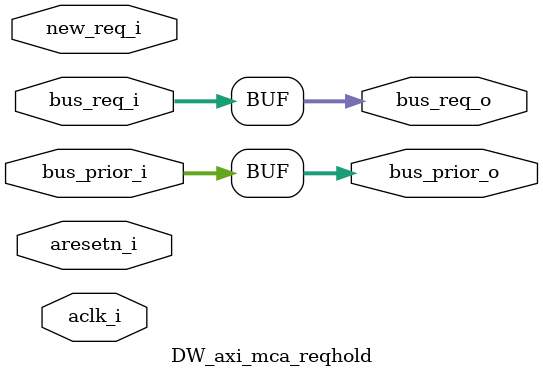
<source format=v>
/* ---------------------------------------------------------------------
**
// ------------------------------------------------------------------------------
// 
// Copyright 2001 - 2020 Synopsys, INC.
// 
// This Synopsys IP and all associated documentation are proprietary to
// Synopsys, Inc. and may only be used pursuant to the terms and conditions of a
// written license agreement with Synopsys, Inc. All other use, reproduction,
// modification, or distribution of the Synopsys IP or the associated
// documentation is strictly prohibited.
// 
// Component Name   : DW_axi
// Component Version: 4.04a
// Release Type     : GA
// ------------------------------------------------------------------------------

// 
// Release version :  4.04a
// File Version     :        $Revision: #9 $ 
// Revision: $Id: //dwh/DW_ocb/DW_axi/amba_dev/src/DW_axi_mca_reqhold.v#9 $ 
**
** ---------------------------------------------------------------------
**
** File     : DW_axi_mca_reqhold.v
//
//
** Created  : Tue May 24 17:09:09 MEST 2005
** Modified : $Date: 2020/03/22 $
** Abstract : This block performs the arbiter input signal holding for
**            any arbiter that has multi-cycle arbitration enabled.
**
** ---------------------------------------------------------------------
*/

module DW_axi_mca_reqhold (
  // Inputs - System.
  aclk_i,
  aresetn_i,

  // Inputs - Payload source.
  bus_req_i,
  bus_prior_i,
  
  // Inputs - Multi cycle arbitration control.
  new_req_i,

  // Outputs - Channel arbiter.
  bus_req_o,
  bus_prior_o
);

//----------------------------------------------------------------------
// MODULE PARAMETERS.
//----------------------------------------------------------------------
  parameter MCA_EN = 0; // 1 if multi cycle arbitration is enabled.

  parameter HOLD_PRIOR = 0; // 1 if this block should register priority
                            // values.
  
  parameter BUS_PRIOR_W = 0; // Width of priority input bus.

  parameter N = 2; // Numbre of request signals.

  parameter ARB_TYPE = 2; // Arbitration Type
       
//----------------------------------------------------------------------
// PORT DECLARATIONS
//----------------------------------------------------------------------
  // Inputs - System.
  input aclk_i;    // AXI system clock.
  input aresetn_i; // AXI system reset.

  // Inputs - Payload source.
  input [N-1:0]  bus_req_i; 
  input [BUS_PRIOR_W-1:0]  bus_prior_i; 

  // Inputs - Multi cycle arbitration control.
  input          new_req_i;

  // Outputs - Channel arbiter.
  output [N-1:0] bus_req_o; 
  output [BUS_PRIOR_W-1:0] bus_prior_o; 


  //--------------------------------------------------------------------
  // Register signals.
  //--------------------------------------------------------------------
  // Signal not used if MCA_EN is 0
  reg [N-1:0] bus_req_r;
  reg [N-1:0] new_req_r;
  reg [BUS_PRIOR_W-1:0] bus_prior_r;

  wire        new_req;


  //--------------------------------------------------------------------
  // Request hold and mux registers for request and priority signals.
  // Load registers with new request signals if new_req_i is 
  // asserted otherwise hold values.
  //--------------------------------------------------------------------
  assign bus_req_o = (MCA_EN == 0)
                     ? bus_req_i
         : bus_req_r;

  always @(posedge aclk_i or negedge aresetn_i)
  begin : bus_req_r_PROC
    if(!aresetn_i) begin
      bus_req_r <= {N{1'b0}};
      new_req_r <= {N{1'b0}};
    end else begin
      bus_req_r <= (new_req_i ? bus_req_i : bus_req_r);
      new_req_r <=  bus_req_i;
    end
  end // bus_req_r_PROC


  // Registering of priority signals is not required unless user has
  // chosen to register external priority signals.
  assign bus_prior_o = ((MCA_EN == 0) || (HOLD_PRIOR == 0 && ARB_TYPE != 4))
                       ? bus_prior_i
           : bus_prior_r;

  assign new_req = (|((bus_req_i ) & (~new_req_r)));

  always @(posedge aclk_i or negedge aresetn_i)
  begin : bus_prior_r_PROC
    if(!aresetn_i) begin
      bus_prior_r <= {BUS_PRIOR_W{1'b0}};
    end else begin
      bus_prior_r <= (new_req ? bus_prior_i : bus_prior_r);
    end
  end // bus_prior_r_PROC


endmodule

</source>
